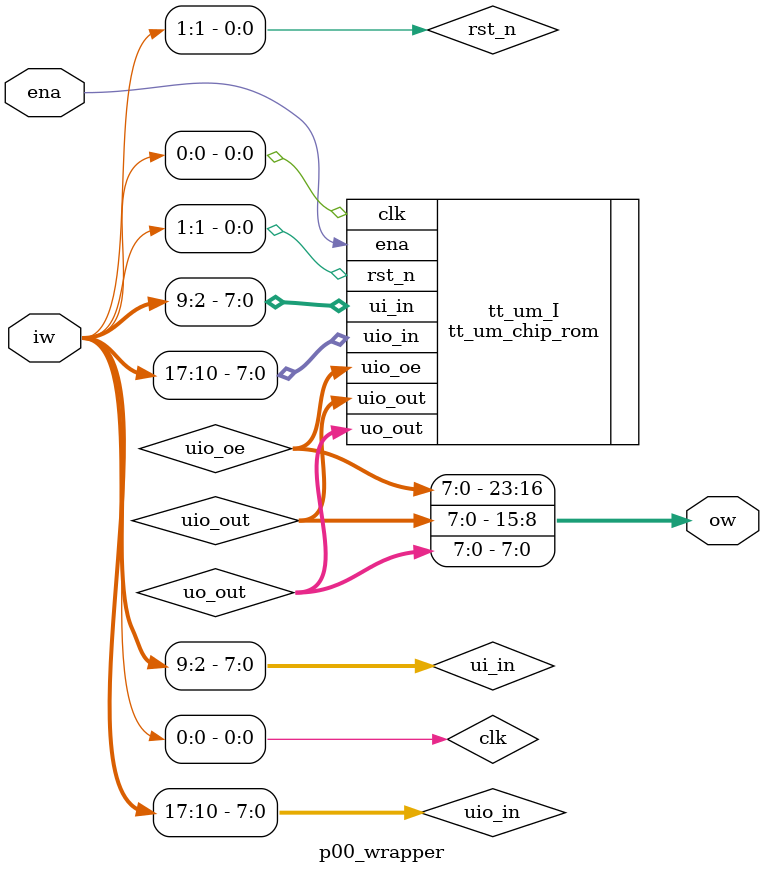
<source format=v>
`default_nettype none

module p00_wrapper (
  input wire ena,
  input wire [17:0] iw,
  output wire [23:0] ow
);

wire [7:0] uio_in;
wire [7:0] uio_out;
wire [7:0] uio_oe;
wire [7:0] uo_out;
wire [7:0] ui_in;
wire clk;
wire rst_n;

assign { uio_in, ui_in, rst_n, clk} = iw;
assign ow = { uio_oe, uio_out, uo_out };

tt_um_chip_rom tt_um_I (
  .uio_in  (uio_in),
  .uio_out (uio_out),
  .uio_oe  (uio_oe),
  .uo_out  (uo_out),
  .ui_in   (ui_in),
  .ena     (ena),
  .clk     (clk),
  .rst_n   (rst_n)
);

endmodule

</source>
